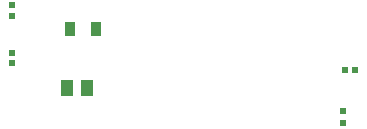
<source format=gtp>
G04*
G04 #@! TF.GenerationSoftware,Altium Limited,Altium Designer,20.2.7 (254)*
G04*
G04 Layer_Color=8421504*
%FSLAX25Y25*%
%MOIN*%
G70*
G04*
G04 #@! TF.SameCoordinates,EE1AD421-979F-440A-8BD1-8888F99C881E*
G04*
G04*
G04 #@! TF.FilePolarity,Positive*
G04*
G01*
G75*
%ADD15R,0.03543X0.05118*%
%ADD16R,0.01968X0.01968*%
%ADD17R,0.02205X0.02362*%
%ADD18R,0.04331X0.05433*%
%ADD19R,0.02362X0.02205*%
%ADD20R,0.02362X0.02008*%
D15*
X67323Y68701D02*
D03*
X58661D02*
D03*
D16*
X149606Y41339D02*
D03*
Y37402D02*
D03*
D17*
X153543Y55118D02*
D03*
X150118D02*
D03*
D18*
X57626Y49213D02*
D03*
X64421D02*
D03*
D19*
X39370Y57342D02*
D03*
Y60768D02*
D03*
D20*
Y73051D02*
D03*
Y76555D02*
D03*
M02*

</source>
